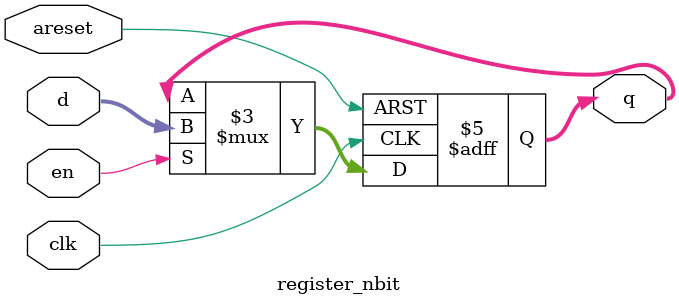
<source format=sv>
`timescale 1ns / 1ps


module register_nbit#(
    parameter n = 8
)(
    input logic clk,
    input logic areset,
    input logic en,
    input logic [n-1:0] d,
    output logic [n-1:0] q
);

    always_ff @(posedge clk or negedge areset) begin
        if (~areset)
            q <= {n{1'b0}};
        else if (en)
            q <= d;

    end
endmodule

</source>
